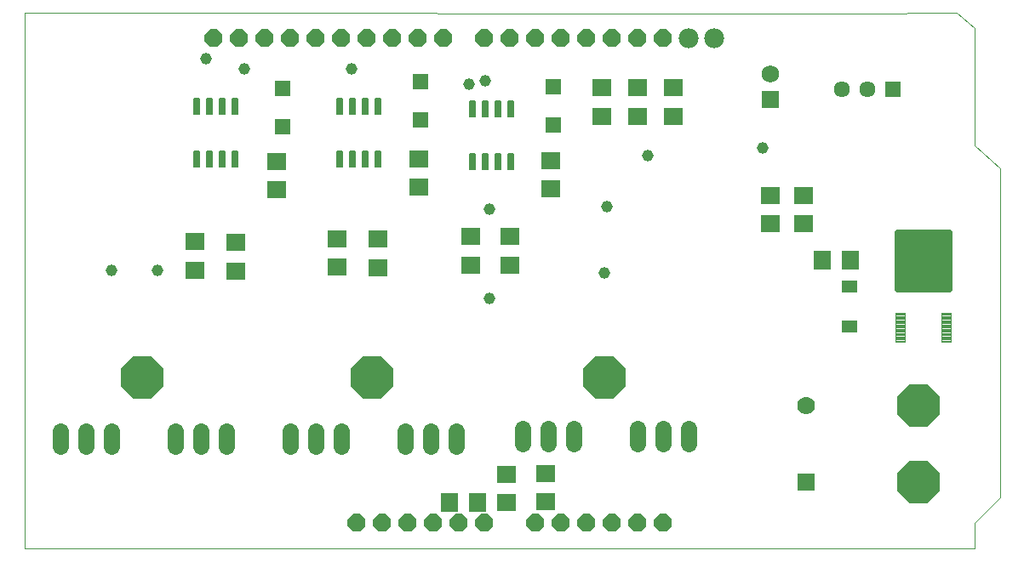
<source format=gts>
G75*
%MOIN*%
%OFA0B0*%
%FSLAX25Y25*%
%IPPOS*%
%LPD*%
%AMOC8*
5,1,8,0,0,1.08239X$1,22.5*
%
%ADD10C,0.00000*%
%ADD11R,0.07498X0.06699*%
%ADD12R,0.07487X0.06699*%
%ADD13R,0.05912X0.05912*%
%ADD14R,0.06699X0.07487*%
%ADD15OC8,0.07000*%
%ADD16C,0.07000*%
%ADD17R,0.06900X0.06900*%
%ADD18C,0.06400*%
%ADD19C,0.07800*%
%ADD20C,0.00681*%
%ADD21OC8,0.16800*%
%ADD22R,0.05912X0.05124*%
%ADD23C,0.02257*%
%ADD24C,0.00422*%
%ADD25R,0.06337X0.06337*%
%ADD26C,0.06337*%
%ADD27C,0.06900*%
%ADD28C,0.04534*%
D10*
X0005000Y0005000D02*
X0005000Y0215000D01*
X0330921Y0214701D01*
X0370000Y0215000D01*
X0377000Y0209000D01*
X0377000Y0163000D01*
X0387000Y0154000D01*
X0387000Y0025000D01*
X0377000Y0015000D01*
X0377000Y0005000D01*
X0005000Y0005000D01*
D11*
X0193898Y0023047D03*
X0209102Y0023339D03*
X0209102Y0034535D03*
X0193898Y0034244D03*
X0087677Y0113835D03*
X0071929Y0114071D03*
X0071929Y0125268D03*
X0087677Y0125031D03*
X0127614Y0126504D03*
X0143362Y0126268D03*
X0143362Y0115071D03*
X0127614Y0115307D03*
X0179890Y0116071D03*
X0195244Y0116228D03*
X0195244Y0127425D03*
X0179890Y0127268D03*
X0231000Y0174402D03*
X0245000Y0174402D03*
X0259000Y0174402D03*
X0259000Y0185598D03*
X0245000Y0185598D03*
X0231000Y0185598D03*
D12*
X0211268Y0157236D03*
X0211268Y0146213D03*
X0159386Y0146772D03*
X0159386Y0157795D03*
X0103937Y0156835D03*
X0103937Y0145811D03*
X0297000Y0143512D03*
X0310000Y0143512D03*
X0310000Y0132488D03*
X0297000Y0132488D03*
D13*
X0212063Y0171142D03*
X0212063Y0186102D03*
X0160000Y0188165D03*
X0160000Y0173205D03*
X0106000Y0170331D03*
X0106000Y0185291D03*
D14*
X0317488Y0118000D03*
X0328512Y0118000D03*
X0182496Y0023150D03*
X0171472Y0023150D03*
D15*
X0175000Y0015000D03*
X0185000Y0015000D03*
X0165000Y0015000D03*
X0155000Y0015000D03*
X0145000Y0015000D03*
X0135000Y0015000D03*
X0205000Y0015000D03*
X0215000Y0015000D03*
X0225000Y0015000D03*
X0235000Y0015000D03*
X0245000Y0015000D03*
X0255000Y0015000D03*
X0255000Y0205000D03*
X0245000Y0205000D03*
X0235000Y0205000D03*
X0225000Y0205000D03*
X0215000Y0205000D03*
X0205000Y0205000D03*
X0195000Y0205000D03*
X0185000Y0205000D03*
X0169000Y0205000D03*
X0159000Y0205000D03*
X0149000Y0205000D03*
X0139000Y0205000D03*
X0129000Y0205000D03*
X0119000Y0205000D03*
X0109000Y0205000D03*
X0099000Y0205000D03*
X0089000Y0205000D03*
X0079000Y0205000D03*
D16*
X0311000Y0061000D03*
D17*
X0311000Y0031000D03*
X0297000Y0181000D03*
D18*
X0265000Y0052000D02*
X0265000Y0046000D01*
X0255000Y0046000D02*
X0255000Y0052000D01*
X0245000Y0052000D02*
X0245000Y0046000D01*
X0220000Y0046000D02*
X0220000Y0052000D01*
X0210000Y0052000D02*
X0210000Y0046000D01*
X0200000Y0046000D02*
X0200000Y0052000D01*
X0174000Y0051000D02*
X0174000Y0045000D01*
X0164000Y0045000D02*
X0164000Y0051000D01*
X0154000Y0051000D02*
X0154000Y0045000D01*
X0129000Y0045000D02*
X0129000Y0051000D01*
X0119000Y0051000D02*
X0119000Y0045000D01*
X0109000Y0045000D02*
X0109000Y0051000D01*
X0084000Y0051000D02*
X0084000Y0045000D01*
X0074000Y0045000D02*
X0074000Y0051000D01*
X0064000Y0051000D02*
X0064000Y0045000D01*
X0039000Y0045000D02*
X0039000Y0051000D01*
X0029000Y0051000D02*
X0029000Y0045000D01*
X0019000Y0045000D02*
X0019000Y0051000D01*
D19*
X0265000Y0205000D03*
X0275000Y0205000D03*
D20*
X0194479Y0180305D02*
X0194479Y0174365D01*
X0194479Y0180305D02*
X0196521Y0180305D01*
X0196521Y0174365D01*
X0194479Y0174365D01*
X0194479Y0175045D02*
X0196521Y0175045D01*
X0196521Y0175725D02*
X0194479Y0175725D01*
X0194479Y0176405D02*
X0196521Y0176405D01*
X0196521Y0177085D02*
X0194479Y0177085D01*
X0194479Y0177765D02*
X0196521Y0177765D01*
X0196521Y0178445D02*
X0194479Y0178445D01*
X0194479Y0179125D02*
X0196521Y0179125D01*
X0196521Y0179805D02*
X0194479Y0179805D01*
X0189479Y0180305D02*
X0189479Y0174365D01*
X0189479Y0180305D02*
X0191521Y0180305D01*
X0191521Y0174365D01*
X0189479Y0174365D01*
X0189479Y0175045D02*
X0191521Y0175045D01*
X0191521Y0175725D02*
X0189479Y0175725D01*
X0189479Y0176405D02*
X0191521Y0176405D01*
X0191521Y0177085D02*
X0189479Y0177085D01*
X0189479Y0177765D02*
X0191521Y0177765D01*
X0191521Y0178445D02*
X0189479Y0178445D01*
X0189479Y0179125D02*
X0191521Y0179125D01*
X0191521Y0179805D02*
X0189479Y0179805D01*
X0184479Y0180305D02*
X0184479Y0174365D01*
X0184479Y0180305D02*
X0186521Y0180305D01*
X0186521Y0174365D01*
X0184479Y0174365D01*
X0184479Y0175045D02*
X0186521Y0175045D01*
X0186521Y0175725D02*
X0184479Y0175725D01*
X0184479Y0176405D02*
X0186521Y0176405D01*
X0186521Y0177085D02*
X0184479Y0177085D01*
X0184479Y0177765D02*
X0186521Y0177765D01*
X0186521Y0178445D02*
X0184479Y0178445D01*
X0184479Y0179125D02*
X0186521Y0179125D01*
X0186521Y0179805D02*
X0184479Y0179805D01*
X0179479Y0180305D02*
X0179479Y0174365D01*
X0179479Y0180305D02*
X0181521Y0180305D01*
X0181521Y0174365D01*
X0179479Y0174365D01*
X0179479Y0175045D02*
X0181521Y0175045D01*
X0181521Y0175725D02*
X0179479Y0175725D01*
X0179479Y0176405D02*
X0181521Y0176405D01*
X0181521Y0177085D02*
X0179479Y0177085D01*
X0179479Y0177765D02*
X0181521Y0177765D01*
X0181521Y0178445D02*
X0179479Y0178445D01*
X0179479Y0179125D02*
X0181521Y0179125D01*
X0181521Y0179805D02*
X0179479Y0179805D01*
X0142479Y0181305D02*
X0142479Y0175365D01*
X0142479Y0181305D02*
X0144521Y0181305D01*
X0144521Y0175365D01*
X0142479Y0175365D01*
X0142479Y0176045D02*
X0144521Y0176045D01*
X0144521Y0176725D02*
X0142479Y0176725D01*
X0142479Y0177405D02*
X0144521Y0177405D01*
X0144521Y0178085D02*
X0142479Y0178085D01*
X0142479Y0178765D02*
X0144521Y0178765D01*
X0144521Y0179445D02*
X0142479Y0179445D01*
X0142479Y0180125D02*
X0144521Y0180125D01*
X0144521Y0180805D02*
X0142479Y0180805D01*
X0137479Y0181305D02*
X0137479Y0175365D01*
X0137479Y0181305D02*
X0139521Y0181305D01*
X0139521Y0175365D01*
X0137479Y0175365D01*
X0137479Y0176045D02*
X0139521Y0176045D01*
X0139521Y0176725D02*
X0137479Y0176725D01*
X0137479Y0177405D02*
X0139521Y0177405D01*
X0139521Y0178085D02*
X0137479Y0178085D01*
X0137479Y0178765D02*
X0139521Y0178765D01*
X0139521Y0179445D02*
X0137479Y0179445D01*
X0137479Y0180125D02*
X0139521Y0180125D01*
X0139521Y0180805D02*
X0137479Y0180805D01*
X0132479Y0181305D02*
X0132479Y0175365D01*
X0132479Y0181305D02*
X0134521Y0181305D01*
X0134521Y0175365D01*
X0132479Y0175365D01*
X0132479Y0176045D02*
X0134521Y0176045D01*
X0134521Y0176725D02*
X0132479Y0176725D01*
X0132479Y0177405D02*
X0134521Y0177405D01*
X0134521Y0178085D02*
X0132479Y0178085D01*
X0132479Y0178765D02*
X0134521Y0178765D01*
X0134521Y0179445D02*
X0132479Y0179445D01*
X0132479Y0180125D02*
X0134521Y0180125D01*
X0134521Y0180805D02*
X0132479Y0180805D01*
X0127479Y0181305D02*
X0127479Y0175365D01*
X0127479Y0181305D02*
X0129521Y0181305D01*
X0129521Y0175365D01*
X0127479Y0175365D01*
X0127479Y0176045D02*
X0129521Y0176045D01*
X0129521Y0176725D02*
X0127479Y0176725D01*
X0127479Y0177405D02*
X0129521Y0177405D01*
X0129521Y0178085D02*
X0127479Y0178085D01*
X0127479Y0178765D02*
X0129521Y0178765D01*
X0129521Y0179445D02*
X0127479Y0179445D01*
X0127479Y0180125D02*
X0129521Y0180125D01*
X0129521Y0180805D02*
X0127479Y0180805D01*
X0086479Y0181305D02*
X0086479Y0175365D01*
X0086479Y0181305D02*
X0088521Y0181305D01*
X0088521Y0175365D01*
X0086479Y0175365D01*
X0086479Y0176045D02*
X0088521Y0176045D01*
X0088521Y0176725D02*
X0086479Y0176725D01*
X0086479Y0177405D02*
X0088521Y0177405D01*
X0088521Y0178085D02*
X0086479Y0178085D01*
X0086479Y0178765D02*
X0088521Y0178765D01*
X0088521Y0179445D02*
X0086479Y0179445D01*
X0086479Y0180125D02*
X0088521Y0180125D01*
X0088521Y0180805D02*
X0086479Y0180805D01*
X0081479Y0181305D02*
X0081479Y0175365D01*
X0081479Y0181305D02*
X0083521Y0181305D01*
X0083521Y0175365D01*
X0081479Y0175365D01*
X0081479Y0176045D02*
X0083521Y0176045D01*
X0083521Y0176725D02*
X0081479Y0176725D01*
X0081479Y0177405D02*
X0083521Y0177405D01*
X0083521Y0178085D02*
X0081479Y0178085D01*
X0081479Y0178765D02*
X0083521Y0178765D01*
X0083521Y0179445D02*
X0081479Y0179445D01*
X0081479Y0180125D02*
X0083521Y0180125D01*
X0083521Y0180805D02*
X0081479Y0180805D01*
X0076479Y0181305D02*
X0076479Y0175365D01*
X0076479Y0181305D02*
X0078521Y0181305D01*
X0078521Y0175365D01*
X0076479Y0175365D01*
X0076479Y0176045D02*
X0078521Y0176045D01*
X0078521Y0176725D02*
X0076479Y0176725D01*
X0076479Y0177405D02*
X0078521Y0177405D01*
X0078521Y0178085D02*
X0076479Y0178085D01*
X0076479Y0178765D02*
X0078521Y0178765D01*
X0078521Y0179445D02*
X0076479Y0179445D01*
X0076479Y0180125D02*
X0078521Y0180125D01*
X0078521Y0180805D02*
X0076479Y0180805D01*
X0071479Y0181305D02*
X0071479Y0175365D01*
X0071479Y0181305D02*
X0073521Y0181305D01*
X0073521Y0175365D01*
X0071479Y0175365D01*
X0071479Y0176045D02*
X0073521Y0176045D01*
X0073521Y0176725D02*
X0071479Y0176725D01*
X0071479Y0177405D02*
X0073521Y0177405D01*
X0073521Y0178085D02*
X0071479Y0178085D01*
X0071479Y0178765D02*
X0073521Y0178765D01*
X0073521Y0179445D02*
X0071479Y0179445D01*
X0071479Y0180125D02*
X0073521Y0180125D01*
X0073521Y0180805D02*
X0071479Y0180805D01*
X0071479Y0160635D02*
X0071479Y0154695D01*
X0071479Y0160635D02*
X0073521Y0160635D01*
X0073521Y0154695D01*
X0071479Y0154695D01*
X0071479Y0155375D02*
X0073521Y0155375D01*
X0073521Y0156055D02*
X0071479Y0156055D01*
X0071479Y0156735D02*
X0073521Y0156735D01*
X0073521Y0157415D02*
X0071479Y0157415D01*
X0071479Y0158095D02*
X0073521Y0158095D01*
X0073521Y0158775D02*
X0071479Y0158775D01*
X0071479Y0159455D02*
X0073521Y0159455D01*
X0073521Y0160135D02*
X0071479Y0160135D01*
X0076479Y0160635D02*
X0076479Y0154695D01*
X0076479Y0160635D02*
X0078521Y0160635D01*
X0078521Y0154695D01*
X0076479Y0154695D01*
X0076479Y0155375D02*
X0078521Y0155375D01*
X0078521Y0156055D02*
X0076479Y0156055D01*
X0076479Y0156735D02*
X0078521Y0156735D01*
X0078521Y0157415D02*
X0076479Y0157415D01*
X0076479Y0158095D02*
X0078521Y0158095D01*
X0078521Y0158775D02*
X0076479Y0158775D01*
X0076479Y0159455D02*
X0078521Y0159455D01*
X0078521Y0160135D02*
X0076479Y0160135D01*
X0081479Y0160635D02*
X0081479Y0154695D01*
X0081479Y0160635D02*
X0083521Y0160635D01*
X0083521Y0154695D01*
X0081479Y0154695D01*
X0081479Y0155375D02*
X0083521Y0155375D01*
X0083521Y0156055D02*
X0081479Y0156055D01*
X0081479Y0156735D02*
X0083521Y0156735D01*
X0083521Y0157415D02*
X0081479Y0157415D01*
X0081479Y0158095D02*
X0083521Y0158095D01*
X0083521Y0158775D02*
X0081479Y0158775D01*
X0081479Y0159455D02*
X0083521Y0159455D01*
X0083521Y0160135D02*
X0081479Y0160135D01*
X0086479Y0160635D02*
X0086479Y0154695D01*
X0086479Y0160635D02*
X0088521Y0160635D01*
X0088521Y0154695D01*
X0086479Y0154695D01*
X0086479Y0155375D02*
X0088521Y0155375D01*
X0088521Y0156055D02*
X0086479Y0156055D01*
X0086479Y0156735D02*
X0088521Y0156735D01*
X0088521Y0157415D02*
X0086479Y0157415D01*
X0086479Y0158095D02*
X0088521Y0158095D01*
X0088521Y0158775D02*
X0086479Y0158775D01*
X0086479Y0159455D02*
X0088521Y0159455D01*
X0088521Y0160135D02*
X0086479Y0160135D01*
X0127479Y0160635D02*
X0127479Y0154695D01*
X0127479Y0160635D02*
X0129521Y0160635D01*
X0129521Y0154695D01*
X0127479Y0154695D01*
X0127479Y0155375D02*
X0129521Y0155375D01*
X0129521Y0156055D02*
X0127479Y0156055D01*
X0127479Y0156735D02*
X0129521Y0156735D01*
X0129521Y0157415D02*
X0127479Y0157415D01*
X0127479Y0158095D02*
X0129521Y0158095D01*
X0129521Y0158775D02*
X0127479Y0158775D01*
X0127479Y0159455D02*
X0129521Y0159455D01*
X0129521Y0160135D02*
X0127479Y0160135D01*
X0132479Y0160635D02*
X0132479Y0154695D01*
X0132479Y0160635D02*
X0134521Y0160635D01*
X0134521Y0154695D01*
X0132479Y0154695D01*
X0132479Y0155375D02*
X0134521Y0155375D01*
X0134521Y0156055D02*
X0132479Y0156055D01*
X0132479Y0156735D02*
X0134521Y0156735D01*
X0134521Y0157415D02*
X0132479Y0157415D01*
X0132479Y0158095D02*
X0134521Y0158095D01*
X0134521Y0158775D02*
X0132479Y0158775D01*
X0132479Y0159455D02*
X0134521Y0159455D01*
X0134521Y0160135D02*
X0132479Y0160135D01*
X0137479Y0160635D02*
X0137479Y0154695D01*
X0137479Y0160635D02*
X0139521Y0160635D01*
X0139521Y0154695D01*
X0137479Y0154695D01*
X0137479Y0155375D02*
X0139521Y0155375D01*
X0139521Y0156055D02*
X0137479Y0156055D01*
X0137479Y0156735D02*
X0139521Y0156735D01*
X0139521Y0157415D02*
X0137479Y0157415D01*
X0137479Y0158095D02*
X0139521Y0158095D01*
X0139521Y0158775D02*
X0137479Y0158775D01*
X0137479Y0159455D02*
X0139521Y0159455D01*
X0139521Y0160135D02*
X0137479Y0160135D01*
X0142479Y0160635D02*
X0142479Y0154695D01*
X0142479Y0160635D02*
X0144521Y0160635D01*
X0144521Y0154695D01*
X0142479Y0154695D01*
X0142479Y0155375D02*
X0144521Y0155375D01*
X0144521Y0156055D02*
X0142479Y0156055D01*
X0142479Y0156735D02*
X0144521Y0156735D01*
X0144521Y0157415D02*
X0142479Y0157415D01*
X0142479Y0158095D02*
X0144521Y0158095D01*
X0144521Y0158775D02*
X0142479Y0158775D01*
X0142479Y0159455D02*
X0144521Y0159455D01*
X0144521Y0160135D02*
X0142479Y0160135D01*
X0179479Y0159635D02*
X0179479Y0153695D01*
X0179479Y0159635D02*
X0181521Y0159635D01*
X0181521Y0153695D01*
X0179479Y0153695D01*
X0179479Y0154375D02*
X0181521Y0154375D01*
X0181521Y0155055D02*
X0179479Y0155055D01*
X0179479Y0155735D02*
X0181521Y0155735D01*
X0181521Y0156415D02*
X0179479Y0156415D01*
X0179479Y0157095D02*
X0181521Y0157095D01*
X0181521Y0157775D02*
X0179479Y0157775D01*
X0179479Y0158455D02*
X0181521Y0158455D01*
X0181521Y0159135D02*
X0179479Y0159135D01*
X0184479Y0159635D02*
X0184479Y0153695D01*
X0184479Y0159635D02*
X0186521Y0159635D01*
X0186521Y0153695D01*
X0184479Y0153695D01*
X0184479Y0154375D02*
X0186521Y0154375D01*
X0186521Y0155055D02*
X0184479Y0155055D01*
X0184479Y0155735D02*
X0186521Y0155735D01*
X0186521Y0156415D02*
X0184479Y0156415D01*
X0184479Y0157095D02*
X0186521Y0157095D01*
X0186521Y0157775D02*
X0184479Y0157775D01*
X0184479Y0158455D02*
X0186521Y0158455D01*
X0186521Y0159135D02*
X0184479Y0159135D01*
X0189479Y0159635D02*
X0189479Y0153695D01*
X0189479Y0159635D02*
X0191521Y0159635D01*
X0191521Y0153695D01*
X0189479Y0153695D01*
X0189479Y0154375D02*
X0191521Y0154375D01*
X0191521Y0155055D02*
X0189479Y0155055D01*
X0189479Y0155735D02*
X0191521Y0155735D01*
X0191521Y0156415D02*
X0189479Y0156415D01*
X0189479Y0157095D02*
X0191521Y0157095D01*
X0191521Y0157775D02*
X0189479Y0157775D01*
X0189479Y0158455D02*
X0191521Y0158455D01*
X0191521Y0159135D02*
X0189479Y0159135D01*
X0194479Y0159635D02*
X0194479Y0153695D01*
X0194479Y0159635D02*
X0196521Y0159635D01*
X0196521Y0153695D01*
X0194479Y0153695D01*
X0194479Y0154375D02*
X0196521Y0154375D01*
X0196521Y0155055D02*
X0194479Y0155055D01*
X0194479Y0155735D02*
X0196521Y0155735D01*
X0196521Y0156415D02*
X0194479Y0156415D01*
X0194479Y0157095D02*
X0196521Y0157095D01*
X0196521Y0157775D02*
X0194479Y0157775D01*
X0194479Y0158455D02*
X0196521Y0158455D01*
X0196521Y0159135D02*
X0194479Y0159135D01*
D21*
X0232000Y0072000D03*
X0141000Y0072000D03*
X0051000Y0072000D03*
X0355000Y0061000D03*
X0355000Y0031000D03*
D22*
X0328000Y0092126D03*
X0328000Y0107874D03*
D23*
X0346846Y0106822D02*
X0367154Y0106822D01*
X0346846Y0106822D02*
X0346846Y0128942D01*
X0367154Y0128942D01*
X0367154Y0106822D01*
X0367154Y0109078D02*
X0346846Y0109078D01*
X0346846Y0111334D02*
X0367154Y0111334D01*
X0367154Y0113590D02*
X0346846Y0113590D01*
X0346846Y0115846D02*
X0367154Y0115846D01*
X0367154Y0118102D02*
X0346846Y0118102D01*
X0346846Y0120358D02*
X0367154Y0120358D01*
X0367154Y0122614D02*
X0346846Y0122614D01*
X0346846Y0124870D02*
X0367154Y0124870D01*
X0367154Y0127126D02*
X0346846Y0127126D01*
D24*
X0346086Y0086141D02*
X0349882Y0086141D01*
X0346086Y0086141D02*
X0346086Y0097261D01*
X0349882Y0097261D01*
X0349882Y0086141D01*
X0349882Y0086562D02*
X0346086Y0086562D01*
X0346086Y0086983D02*
X0349882Y0086983D01*
X0349882Y0087404D02*
X0346086Y0087404D01*
X0346086Y0087825D02*
X0349882Y0087825D01*
X0349882Y0088246D02*
X0346086Y0088246D01*
X0346086Y0088667D02*
X0349882Y0088667D01*
X0349882Y0089088D02*
X0346086Y0089088D01*
X0346086Y0089509D02*
X0349882Y0089509D01*
X0349882Y0089930D02*
X0346086Y0089930D01*
X0346086Y0090351D02*
X0349882Y0090351D01*
X0349882Y0090772D02*
X0346086Y0090772D01*
X0346086Y0091193D02*
X0349882Y0091193D01*
X0349882Y0091614D02*
X0346086Y0091614D01*
X0346086Y0092035D02*
X0349882Y0092035D01*
X0349882Y0092456D02*
X0346086Y0092456D01*
X0346086Y0092877D02*
X0349882Y0092877D01*
X0349882Y0093298D02*
X0346086Y0093298D01*
X0346086Y0093719D02*
X0349882Y0093719D01*
X0349882Y0094140D02*
X0346086Y0094140D01*
X0346086Y0094561D02*
X0349882Y0094561D01*
X0349882Y0094982D02*
X0346086Y0094982D01*
X0346086Y0095403D02*
X0349882Y0095403D01*
X0349882Y0095824D02*
X0346086Y0095824D01*
X0346086Y0096245D02*
X0349882Y0096245D01*
X0349882Y0096666D02*
X0346086Y0096666D01*
X0346086Y0097087D02*
X0349882Y0097087D01*
X0364118Y0086141D02*
X0367914Y0086141D01*
X0364118Y0086141D02*
X0364118Y0097261D01*
X0367914Y0097261D01*
X0367914Y0086141D01*
X0367914Y0086562D02*
X0364118Y0086562D01*
X0364118Y0086983D02*
X0367914Y0086983D01*
X0367914Y0087404D02*
X0364118Y0087404D01*
X0364118Y0087825D02*
X0367914Y0087825D01*
X0367914Y0088246D02*
X0364118Y0088246D01*
X0364118Y0088667D02*
X0367914Y0088667D01*
X0367914Y0089088D02*
X0364118Y0089088D01*
X0364118Y0089509D02*
X0367914Y0089509D01*
X0367914Y0089930D02*
X0364118Y0089930D01*
X0364118Y0090351D02*
X0367914Y0090351D01*
X0367914Y0090772D02*
X0364118Y0090772D01*
X0364118Y0091193D02*
X0367914Y0091193D01*
X0367914Y0091614D02*
X0364118Y0091614D01*
X0364118Y0092035D02*
X0367914Y0092035D01*
X0367914Y0092456D02*
X0364118Y0092456D01*
X0364118Y0092877D02*
X0367914Y0092877D01*
X0367914Y0093298D02*
X0364118Y0093298D01*
X0364118Y0093719D02*
X0367914Y0093719D01*
X0367914Y0094140D02*
X0364118Y0094140D01*
X0364118Y0094561D02*
X0367914Y0094561D01*
X0367914Y0094982D02*
X0364118Y0094982D01*
X0364118Y0095403D02*
X0367914Y0095403D01*
X0367914Y0095824D02*
X0364118Y0095824D01*
X0364118Y0096245D02*
X0367914Y0096245D01*
X0367914Y0096666D02*
X0364118Y0096666D01*
X0364118Y0097087D02*
X0367914Y0097087D01*
D25*
X0345000Y0184988D03*
D26*
X0335000Y0184988D03*
X0325000Y0184988D03*
D27*
X0297000Y0191000D03*
D28*
X0294000Y0162000D03*
X0249000Y0159000D03*
X0233000Y0139000D03*
X0232000Y0113000D03*
X0187000Y0103000D03*
X0187000Y0138000D03*
X0179000Y0187000D03*
X0185500Y0188500D03*
X0133000Y0193000D03*
X0091000Y0193000D03*
X0076000Y0197000D03*
X0057000Y0114000D03*
X0039000Y0114000D03*
M02*

</source>
